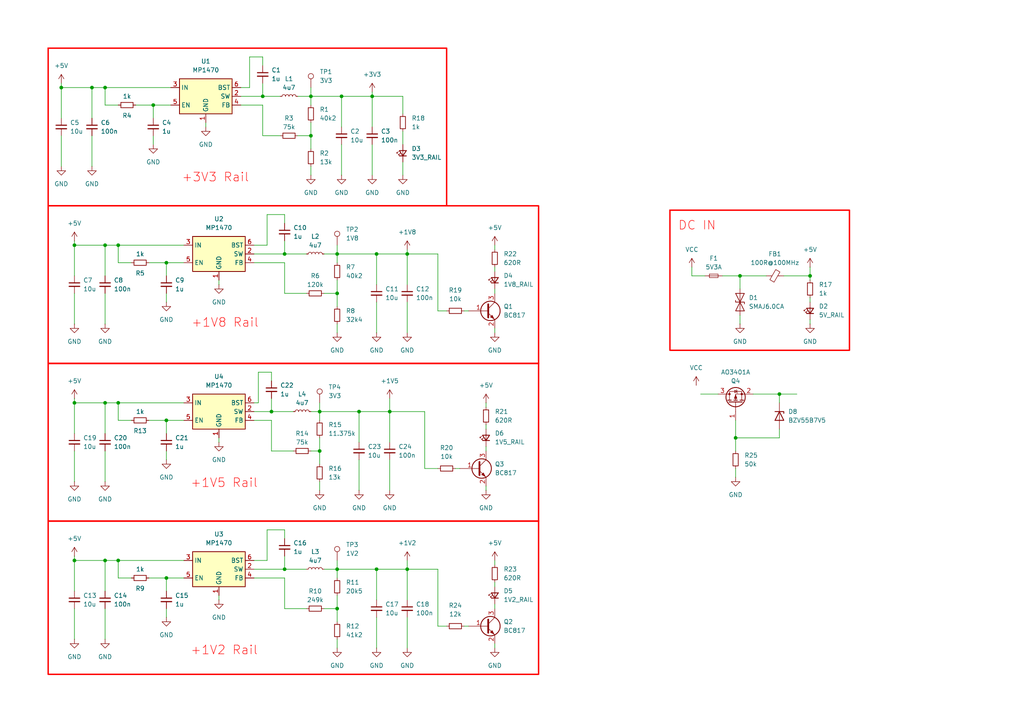
<source format=kicad_sch>
(kicad_sch (version 20231120) (generator "eeschema") (generator_version "8.0")
  (paper "A4")
  (lib_symbols
    (symbol "Connector:TestPoint" (pin_numbers hide) (pin_names (offset 0.762) hide)
      (property "Reference" "TP" (at 0 6.858 0))
      (property "Value" "TestPoint" (at 0 5.08 0))
      (symbol "TestPoint_1_1"
        (pin passive line (at 0 0 90) (length 2.54) (name "1") (number "1"))
      )
    )
    (symbol "Device:C_Small" (pin_numbers hide) (pin_names (offset 0.254) hide)
      (property "Reference" "C" (at 0.254 1.778 0))
      (property "Value" "C_Small" (at 0.254 -2.032 0))
      (symbol "C_Small_1_1"
        (pin passive line (at 0 2.54 270) (length 2.032) (name "~") (number "1"))
        (pin passive line (at 0 -2.54 90) (length 2.032) (name "~") (number "2"))
      )
    )
    (symbol "Device:FerriteBead_Small" (pin_numbers hide) (pin_names (offset 0))
      (property "Reference" "FB" (at 1.905 1.27 0))
      (property "Value" "FerriteBead_Small" (at 1.905 -1.27 0))
      (symbol "FerriteBead_Small_1_1"
        (pin passive line (at 0 2.54 270) (length 1.27) (name "~") (number "1"))
        (pin passive line (at 0 -2.54 90) (length 1.27) (name "~") (number "2"))
      )
    )
    (symbol "Device:Fuse_Small" (pin_numbers hide) (pin_names (offset 0.254) hide)
      (property "Reference" "F" (at 0 -1.524 0))
      (property "Value" "Fuse_Small" (at 0 1.524 0))
      (symbol "Fuse_Small_1_1"
        (pin passive line (at -2.54 0 0) (length 1.27) (name "~") (number "1"))
        (pin passive line (at 2.54 0 180) (length 1.27) (name "~") (number "2"))
      )
    )
    (symbol "Device:LED_Small" (pin_numbers hide) (pin_names (offset 0.254) hide)
      (property "Reference" "D" (at -1.27 3.175 0))
      (property "Value" "LED_Small" (at -4.445 -2.54 0))
      (symbol "LED_Small_1_1"
        (pin passive line (at -2.54 0 0) (length 1.778) (name "K") (number "1"))
        (pin passive line (at 2.54 0 180) (length 1.778) (name "A") (number "2"))
      )
    )
    (symbol "Device:L_Small" (pin_numbers hide) (pin_names (offset 0.254) hide)
      (property "Reference" "L" (at 0.762 1.016 0))
      (property "Value" "L_Small" (at 0.762 -1.016 0))
      (symbol "L_Small_1_1"
        (pin passive line (at 0 2.54 270) (length 0.508) (name "~") (number "1"))
        (pin passive line (at 0 -2.54 90) (length 0.508) (name "~") (number "2"))
      )
    )
    (symbol "Device:R_Small" (pin_numbers hide) (pin_names (offset 0.254) hide)
      (property "Reference" "R" (at 0.762 0.508 0))
      (property "Value" "R_Small" (at 0.762 -1.016 0))
      (symbol "R_Small_1_1"
        (pin passive line (at 0 2.54 270) (length 0.762) (name "~") (number "1"))
        (pin passive line (at 0 -2.54 90) (length 0.762) (name "~") (number "2"))
      )
    )
    (symbol "Diode:BZV55B7V5" (pin_numbers hide) (pin_names hide)
      (property "Reference" "D" (at 0 2.54 0))
      (property "Value" "BZV55B7V5" (at 0 -2.54 0))
      (symbol "BZV55B7V5_1_1"
        (pin passive line (at -3.81 0 0) (length 2.54) (name "K") (number "1"))
        (pin passive line (at 3.81 0 180) (length 2.54) (name "A") (number "2"))
      )
    )
    (symbol "Diode:SMAJ6.0CA" (pin_numbers hide) (pin_names (offset 1.016) hide)
      (property "Reference" "D" (at 0 2.54 0))
      (property "Value" "SMAJ6.0CA" (at 0 -2.54 0))
      (symbol "SMAJ6.0CA_1_1"
        (pin passive line (at -3.81 0 0) (length 2.54) (name "A1") (number "1"))
        (pin passive line (at 3.81 0 180) (length 2.54) (name "A2") (number "2"))
      )
    )
    (symbol "Regulator_Switching:MP1470"
      (property "Reference" "U" (at -6.35 6.35 0))
      (property "Value" "MP1470" (at 3.81 6.35 0))
      (symbol "MP1470_1_1"
        (pin power_in line (at 0 -7.62 90) (length 2.54) (name "GND") (number "1"))
        (pin power_out line (at 10.16 0 180) (length 2.54) (name "SW") (number "2"))
        (pin power_in line (at -10.16 2.54 0) (length 2.54) (name "IN") (number "3"))
        (pin input line (at 10.16 -2.54 180) (length 2.54) (name "FB") (number "4"))
        (pin input line (at -10.16 -2.54 0) (length 2.54) (name "EN") (number "5"))
        (pin passive line (at 10.16 2.54 180) (length 2.54) (name "BST") (number "6"))
      )
    )
    (symbol "Transistor_BJT:BC817" (pin_names (offset 0) hide)
      (property "Reference" "Q" (at 5.08 1.905 0))
      (property "Value" "BC817" (at 5.08 0 0))
      (symbol "BC817_1_1"
        (pin input line (at -5.08 0 0) (length 5.715) (name "B") (number "1"))
        (pin passive line (at 2.54 -5.08 90) (length 2.54) (name "E") (number "2"))
        (pin passive line (at 2.54 5.08 270) (length 2.54) (name "C") (number "3"))
      )
    )
    (symbol "Transistor_FET:AO3401A" (pin_names hide)
      (property "Reference" "Q" (at 5.08 1.905 0))
      (property "Value" "AO3401A" (at 5.08 0 0))
      (symbol "AO3401A_1_1"
        (pin input line (at -5.08 0 0) (length 2.54) (name "G") (number "1"))
        (pin passive line (at 2.54 -5.08 90) (length 2.54) (name "S") (number "2"))
        (pin passive line (at 2.54 5.08 270) (length 2.54) (name "D") (number "3"))
      )
    )
    (symbol "power:+1V2" (power) (pin_numbers hide) (pin_names (offset 0) hide)
      (property "Value" "+1V2" (at 0 3.556 0))
      (symbol "+1V2_1_1"
        (pin power_in line (at 0 0 90) (length 0) (name "~") (number "1"))
      )
    )
    (symbol "power:+1V5" (power) (pin_numbers hide) (pin_names (offset 0) hide)
      (property "Value" "+1V5" (at 0 3.556 0))
      (symbol "+1V5_1_1"
        (pin power_in line (at 0 0 90) (length 0) (name "~") (number "1"))
      )
    )
    (symbol "power:+1V8" (power) (pin_numbers hide) (pin_names (offset 0) hide)
      (property "Value" "+1V8" (at 0 3.556 0))
      (symbol "+1V8_1_1"
        (pin power_in line (at 0 0 90) (length 0) (name "~") (number "1"))
      )
    )
    (symbol "power:+3V3" (power) (pin_numbers hide) (pin_names (offset 0) hide)
      (property "Value" "+3V3" (at 0 3.556 0))
      (symbol "+3V3_1_1"
        (pin power_in line (at 0 0 90) (length 0) (name "~") (number "1"))
      )
    )
    (symbol "power:+5V" (power) (pin_numbers hide) (pin_names (offset 0) hide)
      (property "Value" "+5V" (at 0 3.556 0))
      (symbol "+5V_1_1"
        (pin power_in line (at 0 0 90) (length 0) (name "~") (number "1"))
      )
    )
    (symbol "power:GND" (power) (pin_numbers hide) (pin_names (offset 0) hide)
      (property "Value" "GND" (at 0 -3.81 0))
      (symbol "GND_1_1"
        (pin power_in line (at 0 0 270) (length 0) (name "~") (number "1"))
      )
    )
    (symbol "power:VCC" (power) (pin_numbers hide) (pin_names (offset 0) hide)
      (property "Value" "VCC" (at 0 3.556 0))
      (symbol "VCC_1_1"
        (pin power_in line (at 0 0 90) (length 0) (name "~") (number "1"))
      )
    )
  )
  (junction (at 90.17 27.94))
  (junction (at 118.11 165.1))
  (junction (at 104.14 119.38))
  (junction (at 34.29 71.12))
  (junction (at 34.29 116.84))
  (junction (at 34.29 162.56))
  (junction (at 92.71 119.38))
  (junction (at 30.48 71.12))
  (junction (at 107.95 27.94))
  (junction (at 26.67 25.4))
  (junction (at 113.03 119.38))
  (junction (at 92.71 130.81))
  (junction (at 234.95 80.01))
  (junction (at 97.79 176.53))
  (junction (at 21.59 71.12))
  (junction (at 97.79 73.66))
  (junction (at 97.79 165.1))
  (junction (at 118.11 73.66))
  (junction (at 82.55 73.66))
  (junction (at 21.59 116.84))
  (junction (at 76.2 27.94))
  (junction (at 30.48 25.4))
  (junction (at 30.48 116.84))
  (junction (at 90.17 39.37))
  (junction (at 213.36 127))
  (junction (at 17.78 25.4))
  (junction (at 30.48 162.56))
  (junction (at 21.59 162.56))
  (junction (at 226.06 114.3))
  (junction (at 214.63 80.01))
  (junction (at 44.45 30.48))
  (junction (at 48.26 121.92))
  (junction (at 78.74 119.38))
  (junction (at 48.26 76.2))
  (junction (at 97.79 85.09))
  (junction (at 109.22 73.66))
  (junction (at 48.26 167.64))
  (junction (at 109.22 165.1))
  (junction (at 99.06 27.94))
  (junction (at 82.55 165.1))
  (wire (pts (xy 129.54 181.61) (xy 127 181.61)))
  (wire (pts (xy 213.36 127) (xy 213.36 121.92)))
  (wire (pts (xy 226.06 114.3) (xy 226.06 116.84)))
  (wire (pts (xy 99.06 27.94) (xy 107.95 27.94)))
  (wire (pts (xy 43.18 167.64) (xy 48.26 167.64)))
  (wire (pts (xy 30.48 85.09) (xy 30.48 93.98)))
  (wire (pts (xy 140.97 140.97) (xy 140.97 142.24)))
  (wire (pts (xy 34.29 116.84) (xy 53.34 116.84)))
  (wire (pts (xy 143.51 186.69) (xy 143.51 187.96)))
  (wire (pts (xy 76.2 16.51) (xy 76.2 19.05)))
  (wire (pts (xy 48.26 171.45) (xy 48.26 167.64)))
  (wire (pts (xy 34.29 76.2) (xy 34.29 71.12)))
  (wire (pts (xy 116.84 27.94) (xy 116.84 33.02)))
  (wire (pts (xy 48.26 76.2) (xy 53.34 76.2)))
  (wire (pts (xy 92.71 130.81) (xy 92.71 134.62)))
  (wire (pts (xy 90.17 119.38) (xy 92.71 119.38)))
  (wire (pts (xy 30.48 162.56) (xy 34.29 162.56)))
  (wire (pts (xy 97.79 167.64) (xy 97.79 165.1)))
  (wire (pts (xy 73.66 119.38) (xy 78.74 119.38)))
  (wire (pts (xy 82.55 153.67) (xy 82.55 156.21)))
  (wire (pts (xy 113.03 128.27) (xy 113.03 119.38)))
  (wire (pts (xy 48.26 167.64) (xy 53.34 167.64)))
  (wire (pts (xy 88.9 85.09) (xy 82.55 85.09)))
  (wire (pts (xy 140.97 123.19) (xy 140.97 124.46)))
  (wire (pts (xy 104.14 133.35) (xy 104.14 142.24)))
  (wire (pts (xy 77.47 62.23) (xy 82.55 62.23)))
  (wire (pts (xy 82.55 165.1) (xy 88.9 165.1)))
  (wire (pts (xy 97.79 73.66) (xy 109.22 73.66)))
  (wire (pts (xy 203.2 114.3) (xy 208.28 114.3)))
  (wire (pts (xy 86.36 39.37) (xy 90.17 39.37)))
  (wire (pts (xy 78.74 130.81) (xy 78.74 121.92)))
  (wire (pts (xy 140.97 129.54) (xy 140.97 130.81)))
  (wire (pts (xy 129.54 90.17) (xy 127 90.17)))
  (wire (pts (xy 78.74 107.95) (xy 78.74 110.49)))
  (wire (pts (xy 90.17 39.37) (xy 90.17 43.18)))
  (wire (pts (xy 93.98 165.1) (xy 97.79 165.1)))
  (wire (pts (xy 38.1 121.92) (xy 34.29 121.92)))
  (wire (pts (xy 21.59 115.57) (xy 21.59 116.84)))
  (wire (pts (xy 107.95 41.91) (xy 107.95 50.8)))
  (wire (pts (xy 73.66 71.12) (xy 77.47 71.12)))
  (wire (pts (xy 77.47 153.67) (xy 82.55 153.67)))
  (wire (pts (xy 73.66 162.56) (xy 77.47 162.56)))
  (wire (pts (xy 118.11 179.07) (xy 118.11 187.96)))
  (wire (pts (xy 226.06 127) (xy 213.36 127)))
  (wire (pts (xy 214.63 80.01) (xy 222.25 80.01)))
  (wire (pts (xy 76.2 24.13) (xy 76.2 27.94)))
  (wire (pts (xy 218.44 114.3) (xy 226.06 114.3)))
  (wire (pts (xy 132.08 135.89) (xy 133.35 135.89)))
  (wire (pts (xy 143.51 168.91) (xy 143.51 170.18)))
  (wire (pts (xy 118.11 82.55) (xy 118.11 73.66)))
  (wire (pts (xy 48.26 85.09) (xy 48.26 87.63)))
  (wire (pts (xy 82.55 76.2) (xy 73.66 76.2)))
  (wire (pts (xy 30.48 171.45) (xy 30.48 162.56)))
  (wire (pts (xy 214.63 91.44) (xy 214.63 93.98)))
  (wire (pts (xy 38.1 167.64) (xy 34.29 167.64)))
  (wire (pts (xy 127 165.1) (xy 118.11 165.1)))
  (wire (pts (xy 21.59 125.73) (xy 21.59 116.84)))
  (wire (pts (xy 92.71 121.92) (xy 92.71 119.38)))
  (wire (pts (xy 127 90.17) (xy 127 73.66)))
  (wire (pts (xy 113.03 115.57) (xy 113.03 119.38)))
  (wire (pts (xy 116.84 50.8) (xy 116.84 46.99)))
  (wire (pts (xy 72.39 25.4) (xy 72.39 16.51)))
  (wire (pts (xy 107.95 27.94) (xy 116.84 27.94)))
  (wire (pts (xy 74.93 107.95) (xy 78.74 107.95)))
  (wire (pts (xy 92.71 119.38) (xy 104.14 119.38)))
  (wire (pts (xy 63.5 81.28) (xy 63.5 82.55)))
  (wire (pts (xy 134.62 90.17) (xy 135.89 90.17)))
  (wire (pts (xy 43.18 76.2) (xy 48.26 76.2)))
  (wire (pts (xy 76.2 27.94) (xy 81.28 27.94)))
  (wire (pts (xy 90.17 27.94) (xy 99.06 27.94)))
  (wire (pts (xy 78.74 121.92) (xy 73.66 121.92)))
  (wire (pts (xy 109.22 165.1) (xy 118.11 165.1)))
  (wire (pts (xy 76.2 39.37) (xy 76.2 30.48)))
  (wire (pts (xy 21.59 80.01) (xy 21.59 71.12)))
  (wire (pts (xy 97.79 165.1) (xy 109.22 165.1)))
  (wire (pts (xy 21.59 69.85) (xy 21.59 71.12)))
  (wire (pts (xy 30.48 71.12) (xy 34.29 71.12)))
  (wire (pts (xy 93.98 73.66) (xy 97.79 73.66)))
  (wire (pts (xy 109.22 73.66) (xy 118.11 73.66)))
  (wire (pts (xy 200.66 80.01) (xy 204.47 80.01)))
  (wire (pts (xy 123.19 135.89) (xy 123.19 119.38)))
  (wire (pts (xy 30.48 176.53) (xy 30.48 185.42)))
  (wire (pts (xy 140.97 116.84) (xy 140.97 118.11)))
  (wire (pts (xy 21.59 161.29) (xy 21.59 162.56)))
  (wire (pts (xy 34.29 121.92) (xy 34.29 116.84)))
  (wire (pts (xy 107.95 36.83) (xy 107.95 27.94)))
  (wire (pts (xy 73.66 165.1) (xy 82.55 165.1)))
  (wire (pts (xy 234.95 80.01) (xy 234.95 77.47)))
  (wire (pts (xy 48.26 130.81) (xy 48.26 133.35)))
  (wire (pts (xy 82.55 85.09) (xy 82.55 76.2)))
  (wire (pts (xy 234.95 86.36) (xy 234.95 87.63)))
  (wire (pts (xy 76.2 30.48) (xy 69.85 30.48)))
  (wire (pts (xy 214.63 80.01) (xy 214.63 83.82)))
  (wire (pts (xy 92.71 127) (xy 92.71 130.81)))
  (wire (pts (xy 97.79 172.72) (xy 97.79 176.53)))
  (wire (pts (xy 30.48 130.81) (xy 30.48 139.7)))
  (wire (pts (xy 104.14 119.38) (xy 113.03 119.38)))
  (wire (pts (xy 234.95 80.01) (xy 234.95 81.28)))
  (wire (pts (xy 48.26 176.53) (xy 48.26 179.07)))
  (wire (pts (xy 99.06 36.83) (xy 99.06 27.94)))
  (wire (pts (xy 44.45 34.29) (xy 44.45 30.48)))
  (wire (pts (xy 82.55 62.23) (xy 82.55 64.77)))
  (wire (pts (xy 123.19 119.38) (xy 113.03 119.38)))
  (wire (pts (xy 90.17 35.56) (xy 90.17 39.37)))
  (wire (pts (xy 97.79 176.53) (xy 97.79 180.34)))
  (wire (pts (xy 21.59 85.09) (xy 21.59 93.98)))
  (wire (pts (xy 44.45 39.37) (xy 44.45 41.91)))
  (wire (pts (xy 21.59 130.81) (xy 21.59 139.7)))
  (wire (pts (xy 82.55 73.66) (xy 88.9 73.66)))
  (wire (pts (xy 26.67 39.37) (xy 26.67 48.26)))
  (wire (pts (xy 86.36 27.94) (xy 90.17 27.94)))
  (wire (pts (xy 48.26 80.01) (xy 48.26 76.2)))
  (wire (pts (xy 63.5 172.72) (xy 63.5 173.99)))
  (wire (pts (xy 118.11 87.63) (xy 118.11 96.52)))
  (wire (pts (xy 21.59 116.84) (xy 30.48 116.84)))
  (wire (pts (xy 74.93 116.84) (xy 74.93 107.95)))
  (wire (pts (xy 59.69 35.56) (xy 59.69 36.83)))
  (wire (pts (xy 97.79 71.12) (xy 97.79 73.66)))
  (wire (pts (xy 109.22 87.63) (xy 109.22 96.52)))
  (wire (pts (xy 118.11 173.99) (xy 118.11 165.1)))
  (wire (pts (xy 48.26 125.73) (xy 48.26 121.92)))
  (wire (pts (xy 97.79 76.2) (xy 97.79 73.66)))
  (wire (pts (xy 97.79 85.09) (xy 97.79 88.9)))
  (wire (pts (xy 17.78 24.13) (xy 17.78 25.4)))
  (wire (pts (xy 26.67 25.4) (xy 30.48 25.4)))
  (wire (pts (xy 30.48 116.84) (xy 34.29 116.84)))
  (wire (pts (xy 143.51 77.47) (xy 143.51 78.74)))
  (wire (pts (xy 34.29 162.56) (xy 53.34 162.56)))
  (wire (pts (xy 21.59 71.12) (xy 30.48 71.12)))
  (wire (pts (xy 88.9 176.53) (xy 82.55 176.53)))
  (wire (pts (xy 97.79 185.42) (xy 97.79 187.96)))
  (wire (pts (xy 143.51 95.25) (xy 143.51 96.52)))
  (wire (pts (xy 39.37 30.48) (xy 44.45 30.48)))
  (wire (pts (xy 85.09 130.81) (xy 78.74 130.81)))
  (wire (pts (xy 90.17 48.26) (xy 90.17 50.8)))
  (wire (pts (xy 78.74 119.38) (xy 85.09 119.38)))
  (wire (pts (xy 72.39 16.51) (xy 76.2 16.51)))
  (wire (pts (xy 109.22 82.55) (xy 109.22 73.66)))
  (wire (pts (xy 73.66 116.84) (xy 74.93 116.84)))
  (wire (pts (xy 73.66 73.66) (xy 82.55 73.66)))
  (wire (pts (xy 93.98 85.09) (xy 97.79 85.09)))
  (wire (pts (xy 234.95 93.98) (xy 234.95 92.71)))
  (wire (pts (xy 127 135.89) (xy 123.19 135.89)))
  (wire (pts (xy 30.48 125.73) (xy 30.48 116.84)))
  (wire (pts (xy 90.17 130.81) (xy 92.71 130.81)))
  (wire (pts (xy 81.28 39.37) (xy 76.2 39.37)))
  (wire (pts (xy 48.26 121.92) (xy 53.34 121.92)))
  (wire (pts (xy 226.06 114.3) (xy 231.14 114.3)))
  (wire (pts (xy 143.51 83.82) (xy 143.51 85.09)))
  (wire (pts (xy 143.51 162.56) (xy 143.51 163.83)))
  (wire (pts (xy 99.06 41.91) (xy 99.06 50.8)))
  (wire (pts (xy 77.47 71.12) (xy 77.47 62.23)))
  (wire (pts (xy 213.36 127) (xy 213.36 130.81)))
  (wire (pts (xy 143.51 71.12) (xy 143.51 72.39)))
  (wire (pts (xy 226.06 124.46) (xy 226.06 127)))
  (wire (pts (xy 34.29 71.12) (xy 53.34 71.12)))
  (wire (pts (xy 90.17 30.48) (xy 90.17 27.94)))
  (wire (pts (xy 97.79 81.28) (xy 97.79 85.09)))
  (wire (pts (xy 63.5 127) (xy 63.5 128.27)))
  (wire (pts (xy 113.03 133.35) (xy 113.03 142.24)))
  (wire (pts (xy 104.14 128.27) (xy 104.14 119.38)))
  (wire (pts (xy 34.29 30.48) (xy 30.48 30.48)))
  (wire (pts (xy 118.11 162.56) (xy 118.11 165.1)))
  (wire (pts (xy 92.71 139.7) (xy 92.71 142.24)))
  (wire (pts (xy 90.17 25.4) (xy 90.17 27.94)))
  (wire (pts (xy 17.78 39.37) (xy 17.78 48.26)))
  (wire (pts (xy 92.71 116.84) (xy 92.71 119.38)))
  (wire (pts (xy 38.1 76.2) (xy 34.29 76.2)))
  (wire (pts (xy 109.22 179.07) (xy 109.22 187.96)))
  (wire (pts (xy 17.78 34.29) (xy 17.78 25.4)))
  (wire (pts (xy 21.59 171.45) (xy 21.59 162.56)))
  (wire (pts (xy 82.55 176.53) (xy 82.55 167.64)))
  (wire (pts (xy 30.48 25.4) (xy 49.53 25.4)))
  (wire (pts (xy 30.48 30.48) (xy 30.48 25.4)))
  (wire (pts (xy 21.59 176.53) (xy 21.59 185.42)))
  (wire (pts (xy 69.85 27.94) (xy 76.2 27.94)))
  (wire (pts (xy 21.59 162.56) (xy 30.48 162.56)))
  (wire (pts (xy 17.78 25.4) (xy 26.67 25.4)))
  (wire (pts (xy 43.18 121.92) (xy 48.26 121.92)))
  (wire (pts (xy 118.11 72.39) (xy 118.11 73.66)))
  (wire (pts (xy 82.55 69.85) (xy 82.55 73.66)))
  (wire (pts (xy 82.55 167.64) (xy 73.66 167.64)))
  (wire (pts (xy 116.84 38.1) (xy 116.84 41.91)))
  (wire (pts (xy 30.48 80.01) (xy 30.48 71.12)))
  (wire (pts (xy 34.29 167.64) (xy 34.29 162.56)))
  (wire (pts (xy 77.47 162.56) (xy 77.47 153.67)))
  (wire (pts (xy 200.66 77.47) (xy 200.66 80.01)))
  (wire (pts (xy 107.95 26.67) (xy 107.95 27.94)))
  (wire (pts (xy 69.85 25.4) (xy 72.39 25.4)))
  (wire (pts (xy 82.55 161.29) (xy 82.55 165.1)))
  (wire (pts (xy 134.62 181.61) (xy 135.89 181.61)))
  (wire (pts (xy 93.98 176.53) (xy 97.79 176.53)))
  (wire (pts (xy 109.22 173.99) (xy 109.22 165.1)))
  (wire (pts (xy 78.74 115.57) (xy 78.74 119.38)))
  (wire (pts (xy 97.79 93.98) (xy 97.79 96.52)))
  (wire (pts (xy 118.11 73.66) (xy 127 73.66)))
  (wire (pts (xy 127 181.61) (xy 127 165.1)))
  (wire (pts (xy 44.45 30.48) (xy 49.53 30.48)))
  (wire (pts (xy 213.36 135.89) (xy 213.36 138.43)))
  (wire (pts (xy 209.55 80.01) (xy 214.63 80.01)))
  (wire (pts (xy 97.79 162.56) (xy 97.79 165.1)))
  (wire (pts (xy 26.67 34.29) (xy 26.67 25.4)))
  (wire (pts (xy 234.95 80.01) (xy 227.33 80.01)))
  (wire (pts (xy 143.51 175.26) (xy 143.51 176.53)))
  (rectangle (start 13.97 13.97) (end 129.54 59.69) (stroke (width 0.4064) (color 255 0 0 1)))
  (rectangle (start 194.31 60.96) (end 246.38 101.6) (stroke (width 0.4064) (color 255 0 0 1)))
  (rectangle (start 13.97 59.69) (end 156.21 105.41) (stroke (width 0.4064) (color 255 0 0 1)))
  (rectangle (start 13.97 151.13) (end 156.21 195.58) (stroke (width 0.4064) (color 255 0 0 1)))
  (rectangle (start 13.97 105.41) (end 156.21 151.13) (stroke (width 0.4064) (color 255 0 0 1)))
  (text "DC IN" (at 202.184 65.532 0) (effects (font (size 2.54 2.54))))
  (text "+1V5 Rail" (at 65.024 140.208 0) (effects (font (size 2.54 2.54))))
  (text "+1V8 Rail" (at 65.278 93.726 0) (effects (font (size 2.54 2.54))))
  (text "+1V2 Rail" (at 65.024 188.722 0) (effects (font (size 2.54 2.54))))
  (text "+3V3 Rail" (at 62.484 51.562 0) (effects (font (size 2.54 2.54))))
  (symbol (lib_id "Device:LED_Small") (at 140.97 127 90) (unit 1)
    (property "Reference" "D6" (at 143.51 125.6664 90) (effects (justify right)))
    (property "Value" "1V5_RAIL" (at 143.51 128.2064 90) (effects (justify right)))
    (property "Description" "Light emitting diode, small symbol" (effects (hide yes)))
  )
  (symbol (lib_id "Regulator_Switching:MP1470") (at 63.5 119.38 0) (unit 1)
    (property "Reference" "U4" (at 63.5 109.22 0))
    (property "Value" "MP1470" (at 63.5 111.76 0))
    (property "Footprint" "Package_TO_SOT_SMD:TSOT-23-6" (effects (hide yes)))
    (property "Datasheet" "https://www.monolithicpower.com/pub/media/document/MP1470_r1.02.pdf" (effects (hide yes)))
    (property "Description" "High-Efficiency, 2A, 16V, 500kHz Synchronous, Step-Down Converter, TSOT-23-6" (effects (hide yes)))
  )
  (symbol (lib_id "Device:C_Small") (at 48.26 128.27 0) (unit 1)
    (property "Reference" "C21" (at 50.8 127.0062 0) (effects (justify left)))
    (property "Value" "1u" (at 50.8 129.5462 0) (effects (justify left)))
    (property "Description" "Unpolarized capacitor, small symbol" (effects (hide yes)))
  )
  (symbol (lib_id "Device:L_Small") (at 87.63 119.38 90) (unit 1)
    (property "Reference" "L4" (at 87.63 114.3 90))
    (property "Value" "4u7" (at 87.63 116.84 90))
    (property "Description" "Inductor, small symbol" (effects (hide yes)))
  )
  (symbol (lib_id "Transistor_BJT:BC817") (at 140.97 90.17 0) (unit 1)
    (property "Reference" "Q1" (at 146.05 88.8999 0) (effects (justify left)))
    (property "Value" "BC817" (at 146.05 91.4399 0) (effects (justify left)))
    (property "Footprint" "Package_TO_SOT_SMD:SOT-23" (effects (hide yes)))
    (property "Datasheet" "https://www.onsemi.com/pub/Collateral/BC818-D.pdf" (effects (hide yes)))
    (property "Description" "0.8A Ic, 45V Vce, NPN Transistor, SOT-23" (effects (hide yes)))
  )
  (symbol (lib_id "Device:Fuse_Small") (at 207.01 80.01 0) (unit 1)
    (property "Reference" "F1" (at 207.01 74.93 0))
    (property "Value" "5V3A" (at 207.01 77.47 0))
    (property "Description" "Fuse, small symbol" (effects (hide yes)))
  )
  (symbol (lib_id "Device:R_Small") (at 143.51 74.93 0) (unit 1)
    (property "Reference" "R22" (at 146.05 73.6599 0) (effects (justify left)))
    (property "Value" "620R" (at 146.05 76.1999 0) (effects (justify left)))
    (property "Description" "Resistor, small symbol" (effects (hide yes)))
  )
  (symbol (lib_id "Device:LED_Small") (at 234.95 90.17 90) (unit 1)
    (property "Reference" "D2" (at 237.49 88.8364 90) (effects (justify right)))
    (property "Value" "5V_RAIL" (at 237.49 91.3764 90) (effects (justify right)))
    (property "Description" "Light emitting diode, small symbol" (effects (hide yes)))
  )
  (symbol (lib_id "Device:C_Small") (at 104.14 130.81 0) (unit 1)
    (property "Reference" "C23" (at 106.68 129.5462 0) (effects (justify left)))
    (property "Value" "10u" (at 106.68 132.0862 0) (effects (justify left)))
    (property "Description" "Unpolarized capacitor, small symbol" (effects (hide yes)))
  )
  (symbol (lib_id "power:GND") (at 92.71 142.24 0) (unit 1)
    (property "Reference" "#PWR033" (effects (hide yes)))
    (property "Value" "GND" (at 92.71 147.32 0))
    (property "Description" "Power symbol creates a global label with name \"GND\" , ground" (effects (hide yes)))
  )
  (symbol (lib_id "Device:R_Small") (at 97.79 91.44 0) (unit 1)
    (property "Reference" "R8" (at 100.33 90.1699 0) (effects (justify left)))
    (property "Value" "32k4" (at 100.33 92.7099 0) (effects (justify left)))
    (property "Description" "Resistor, small symbol" (effects (hide yes)))
  )
  (symbol (lib_id "Device:L_Small") (at 83.82 27.94 90) (unit 1)
    (property "Reference" "L1" (at 83.82 22.86 90))
    (property "Value" "4u7" (at 83.82 25.4 90))
    (property "Description" "Inductor, small symbol" (effects (hide yes)))
  )
  (symbol (lib_id "Device:C_Small") (at 26.67 36.83 0) (unit 1)
    (property "Reference" "C6" (at 29.21 35.5662 0) (effects (justify left)))
    (property "Value" "100n" (at 29.21 38.1062 0) (effects (justify left)))
    (property "Description" "Unpolarized capacitor, small symbol" (effects (hide yes)))
  )
  (symbol (lib_id "power:+1V8") (at 118.11 72.39 0) (unit 1)
    (property "Reference" "#PWR017" (effects (hide yes)))
    (property "Value" "+1V8" (at 118.11 67.31 0))
    (property "Description" "Power symbol creates a global label with name \"+1V8\"" (effects (hide yes)))
  )
  (symbol (lib_id "power:GND") (at 21.59 185.42 0) (unit 1)
    (property "Reference" "#PWR020" (effects (hide yes)))
    (property "Value" "GND" (at 21.59 190.5 0))
    (property "Description" "Power symbol creates a global label with name \"GND\" , ground" (effects (hide yes)))
  )
  (symbol (lib_id "power:GND") (at 17.78 48.26 0) (unit 1)
    (property "Reference" "#PWR07" (effects (hide yes)))
    (property "Value" "GND" (at 17.78 53.34 0))
    (property "Description" "Power symbol creates a global label with name \"GND\" , ground" (effects (hide yes)))
  )
  (symbol (lib_id "power:GND") (at 30.48 93.98 0) (unit 1)
    (property "Reference" "#PWR012" (effects (hide yes)))
    (property "Value" "GND" (at 30.48 99.06 0))
    (property "Description" "Power symbol creates a global label with name \"GND\" , ground" (effects (hide yes)))
  )
  (symbol (lib_id "power:GND") (at 234.95 93.98 0) (unit 1)
    (property "Reference" "#PWR040" (effects (hide yes)))
    (property "Value" "GND" (at 234.95 99.06 0))
    (property "Description" "Power symbol creates a global label with name \"GND\" , ground" (effects (hide yes)))
  )
  (symbol (lib_id "Device:C_Small") (at 113.03 130.81 0) (unit 1)
    (property "Reference" "C24" (at 115.57 129.5462 0) (effects (justify left)))
    (property "Value" "100n" (at 115.57 132.0862 0) (effects (justify left)))
    (property "Description" "Unpolarized capacitor, small symbol" (effects (hide yes)))
  )
  (symbol (lib_id "power:GND") (at 97.79 96.52 0) (unit 1)
    (property "Reference" "#PWR015" (effects (hide yes)))
    (property "Value" "GND" (at 97.79 101.6 0))
    (property "Description" "Power symbol creates a global label with name \"GND\" , ground" (effects (hide yes)))
  )
  (symbol (lib_id "power:GND") (at 143.51 96.52 0) (unit 1)
    (property "Reference" "#PWR042" (effects (hide yes)))
    (property "Value" "GND" (at 143.51 101.6 0))
    (property "Description" "Power symbol creates a global label with name \"GND\" , ground" (effects (hide yes)))
  )
  (symbol (lib_id "Device:R_Small") (at 143.51 166.37 0) (unit 1)
    (property "Reference" "R23" (at 146.05 165.0999 0) (effects (justify left)))
    (property "Value" "620R" (at 146.05 167.6399 0) (effects (justify left)))
    (property "Description" "Resistor, small symbol" (effects (hide yes)))
  )
  (symbol (lib_id "Device:C_Small") (at 118.11 85.09 0) (unit 1)
    (property "Reference" "C12" (at 120.65 83.8262 0) (effects (justify left)))
    (property "Value" "100n" (at 120.65 86.3662 0) (effects (justify left)))
    (property "Description" "Unpolarized capacitor, small symbol" (effects (hide yes)))
  )
  (symbol (lib_id "power:GND") (at 26.67 48.26 0) (unit 1)
    (property "Reference" "#PWR08" (effects (hide yes)))
    (property "Value" "GND" (at 26.67 53.34 0))
    (property "Description" "Power symbol creates a global label with name \"GND\" , ground" (effects (hide yes)))
  )
  (symbol (lib_id "power:GND") (at 97.79 187.96 0) (unit 1)
    (property "Reference" "#PWR024" (effects (hide yes)))
    (property "Value" "GND" (at 97.79 193.04 0))
    (property "Description" "Power symbol creates a global label with name \"GND\" , ground" (effects (hide yes)))
  )
  (symbol (lib_id "power:+5V") (at 21.59 161.29 0) (unit 1)
    (property "Reference" "#PWR019" (effects (hide yes)))
    (property "Value" "+5V" (at 21.59 156.21 0))
    (property "Description" "Power symbol creates a global label with name \"+5V\"" (effects (hide yes)))
  )
  (symbol (lib_id "power:+1V5") (at 113.03 115.57 0) (unit 1)
    (property "Reference" "#PWR035" (effects (hide yes)))
    (property "Value" "+1V5" (at 113.03 110.49 0))
    (property "Description" "Power symbol creates a global label with name \"+1V5\"" (effects (hide yes)))
  )
  (symbol (lib_id "power:GND") (at 21.59 139.7 0) (unit 1)
    (property "Reference" "#PWR029" (effects (hide yes)))
    (property "Value" "GND" (at 21.59 144.78 0))
    (property "Description" "Power symbol creates a global label with name \"GND\" , ground" (effects (hide yes)))
  )
  (symbol (lib_id "power:GND") (at 99.06 50.8 0) (unit 1)
    (property "Reference" "#PWR03" (effects (hide yes)))
    (property "Value" "GND" (at 99.06 55.88 0))
    (property "Description" "Power symbol creates a global label with name \"GND\" , ground" (effects (hide yes)))
  )
  (symbol (lib_id "power:GND") (at 140.97 142.24 0) (unit 1)
    (property "Reference" "#PWR047" (effects (hide yes)))
    (property "Value" "GND" (at 140.97 147.32 0))
    (property "Description" "Power symbol creates a global label with name \"GND\" , ground" (effects (hide yes)))
  )
  (symbol (lib_id "power:+5V") (at 143.51 71.12 0) (unit 1)
    (property "Reference" "#PWR043" (effects (hide yes)))
    (property "Value" "+5V" (at 143.51 66.04 0))
    (property "Description" "Power symbol creates a global label with name \"+5V\"" (effects (hide yes)))
  )
  (symbol (lib_id "power:+5V") (at 140.97 116.84 0) (unit 1)
    (property "Reference" "#PWR046" (effects (hide yes)))
    (property "Value" "+5V" (at 140.97 111.76 0))
    (property "Description" "Power symbol creates a global label with name \"+5V\"" (effects (hide yes)))
  )
  (symbol (lib_id "Connector:TestPoint") (at 92.71 116.84 0) (unit 1)
    (property "Reference" "TP4" (at 95.25 112.2679 0) (effects (justify left)))
    (property "Value" "3V3" (at 95.25 114.8079 0) (effects (justify left)))
    (property "Description" "test point" (effects (hide yes)))
  )
  (symbol (lib_id "Device:R_Small") (at 91.44 85.09 90) (unit 1)
    (property "Reference" "R6" (at 91.44 80.01 90))
    (property "Value" "120k" (at 91.44 82.55 90))
    (property "Description" "Resistor, small symbol" (effects (hide yes)))
  )
  (symbol (lib_id "Device:R_Small") (at 87.63 130.81 90) (unit 1)
    (property "Reference" "R14" (at 87.63 125.73 90))
    (property "Value" "75k" (at 87.63 128.27 90))
    (property "Description" "Resistor, small symbol" (effects (hide yes)))
  )
  (symbol (lib_id "Transistor_BJT:BC817") (at 138.43 135.89 0) (unit 1)
    (property "Reference" "Q3" (at 143.51 134.6199 0) (effects (justify left)))
    (property "Value" "BC817" (at 143.51 137.1599 0) (effects (justify left)))
    (property "Footprint" "Package_TO_SOT_SMD:SOT-23" (effects (hide yes)))
    (property "Datasheet" "https://www.onsemi.com/pub/Collateral/BC818-D.pdf" (effects (hide yes)))
    (property "Description" "0.8A Ic, 45V Vce, NPN Transistor, SOT-23" (effects (hide yes)))
  )
  (symbol (lib_id "Device:R_Small") (at 40.64 121.92 90) (unit 1)
    (property "Reference" "R13" (at 40.64 124.968 90))
    (property "Value" "1k" (at 40.64 119.38 90))
    (property "Description" "Resistor, small symbol" (effects (hide yes)))
  )
  (symbol (lib_id "power:GND") (at 109.22 96.52 0) (unit 1)
    (property "Reference" "#PWR016" (effects (hide yes)))
    (property "Value" "GND" (at 109.22 101.6 0))
    (property "Description" "Power symbol creates a global label with name \"GND\" , ground" (effects (hide yes)))
  )
  (symbol (lib_id "Regulator_Switching:MP1470") (at 59.69 27.94 0) (unit 1)
    (property "Reference" "U1" (at 59.69 17.78 0))
    (property "Value" "MP1470" (at 59.69 20.32 0))
    (property "Footprint" "Package_TO_SOT_SMD:TSOT-23-6" (effects (hide yes)))
    (property "Datasheet" "https://www.monolithicpower.com/pub/media/document/MP1470_r1.02.pdf" (effects (hide yes)))
    (property "Description" "High-Efficiency, 2A, 16V, 500kHz Synchronous, Step-Down Converter, TSOT-23-6" (effects (hide yes)))
  )
  (symbol (lib_id "Device:C_Small") (at 21.59 173.99 0) (unit 1)
    (property "Reference" "C13" (at 24.13 172.7262 0) (effects (justify left)))
    (property "Value" "10u" (at 24.13 175.2662 0) (effects (justify left)))
    (property "Description" "Unpolarized capacitor, small symbol" (effects (hide yes)))
  )
  (symbol (lib_id "Connector:TestPoint") (at 90.17 25.4 0) (unit 1)
    (property "Reference" "TP1" (at 92.71 20.8279 0) (effects (justify left)))
    (property "Value" "3V3" (at 92.71 23.3679 0) (effects (justify left)))
    (property "Description" "test point" (effects (hide yes)))
  )
  (symbol (lib_id "Device:C_Small") (at 109.22 85.09 0) (unit 1)
    (property "Reference" "C11" (at 111.76 83.8262 0) (effects (justify left)))
    (property "Value" "10u" (at 111.76 86.3662 0) (effects (justify left)))
    (property "Description" "Unpolarized capacitor, small symbol" (effects (hide yes)))
  )
  (symbol (lib_id "Device:C_Small") (at 48.26 82.55 0) (unit 1)
    (property "Reference" "C9" (at 50.8 81.2862 0) (effects (justify left)))
    (property "Value" "1u" (at 50.8 83.8262 0) (effects (justify left)))
    (property "Description" "Unpolarized capacitor, small symbol" (effects (hide yes)))
  )
  (symbol (lib_id "power:+1V2") (at 118.11 162.56 0) (unit 1)
    (property "Reference" "#PWR026" (effects (hide yes)))
    (property "Value" "+1V2" (at 118.11 157.48 0))
    (property "Description" "Power symbol creates a global label with name \"+1V2\"" (effects (hide yes)))
  )
  (symbol (lib_id "power:+3V3") (at 107.95 26.67 0) (unit 1)
    (property "Reference" "#PWR09" (effects (hide yes)))
    (property "Value" "+3V3" (at 107.95 21.59 0))
    (property "Description" "Power symbol creates a global label with name \"+3V3\"" (effects (hide yes)))
  )
  (symbol (lib_id "Device:R_Small") (at 132.08 181.61 90) (unit 1)
    (property "Reference" "R24" (at 132.08 175.6068 90))
    (property "Value" "12k" (at 132.08 178.1468 90))
    (property "Description" "Resistor, small symbol" (effects (hide yes)))
  )
  (symbol (lib_id "power:GND") (at 44.45 41.91 0) (unit 1)
    (property "Reference" "#PWR05" (effects (hide yes)))
    (property "Value" "GND" (at 44.45 46.99 0))
    (property "Description" "Power symbol creates a global label with name \"GND\" , ground" (effects (hide yes)))
  )
  (symbol (lib_id "Device:L_Small") (at 91.44 165.1 90) (unit 1)
    (property "Reference" "L3" (at 91.44 160.02 90))
    (property "Value" "4u7" (at 91.44 162.56 90))
    (property "Description" "Inductor, small symbol" (effects (hide yes)))
  )
  (symbol (lib_id "Device:C_Small") (at 30.48 173.99 0) (unit 1)
    (property "Reference" "C14" (at 33.02 172.7262 0) (effects (justify left)))
    (property "Value" "100n" (at 33.02 175.2662 0) (effects (justify left)))
    (property "Description" "Unpolarized capacitor, small symbol" (effects (hide yes)))
  )
  (symbol (lib_id "Diode:BZV55B7V5") (at 226.06 120.65 270) (unit 1)
    (property "Reference" "D8" (at 228.6 119.3799 90) (effects (justify left)))
    (property "Value" "BZV55B7V5" (at 228.6 121.9199 90) (effects (justify left)))
    (property "Footprint" "Diode_SMD:D_MiniMELF" (effects (hide yes)))
    (property "Datasheet" "https://assets.nexperia.com/documents/data-sheet/BZV55_SER.pdf" (effects (hide yes)))
    (property "Description" "7.5V, 500mW, 2%, Zener diode, MiniMELF" (effects (hide yes)))
  )
  (symbol (lib_id "Device:R_Small") (at 40.64 167.64 90) (unit 1)
    (property "Reference" "R9" (at 40.64 170.688 90))
    (property "Value" "1k" (at 40.64 165.1 90))
    (property "Description" "Resistor, small symbol" (effects (hide yes)))
  )
  (symbol (lib_id "Device:C_Small") (at 107.95 39.37 0) (unit 1)
    (property "Reference" "C3" (at 110.49 38.1062 0) (effects (justify left)))
    (property "Value" "100n" (at 110.49 40.6462 0) (effects (justify left)))
    (property "Description" "Unpolarized capacitor, small symbol" (effects (hide yes)))
  )
  (symbol (lib_id "Device:C_Small") (at 109.22 176.53 0) (unit 1)
    (property "Reference" "C17" (at 111.76 175.2662 0) (effects (justify left)))
    (property "Value" "10u" (at 111.76 177.8062 0) (effects (justify left)))
    (property "Description" "Unpolarized capacitor, small symbol" (effects (hide yes)))
  )
  (symbol (lib_id "power:GND") (at 21.59 93.98 0) (unit 1)
    (property "Reference" "#PWR011" (effects (hide yes)))
    (property "Value" "GND" (at 21.59 99.06 0))
    (property "Description" "Power symbol creates a global label with name \"GND\" , ground" (effects (hide yes)))
  )
  (symbol (lib_id "power:VCC") (at 201.93 111.76 0) (unit 1)
    (property "Reference" "#PWR049" (effects (hide yes)))
    (property "Value" "VCC" (at 201.93 106.68 0))
    (property "Description" "Power symbol creates a global label with name \"VCC\"" (effects (hide yes)))
  )
  (symbol (lib_id "Transistor_FET:AO3401A") (at 213.36 116.84 90) (unit 1)
    (property "Reference" "Q4" (at 213.36 110.49 90))
    (property "Value" "AO3401A" (at 213.36 107.95 90))
    (property "Footprint" "Package_TO_SOT_SMD:SOT-23" (effects (hide yes)))
    (property "Datasheet" "http://www.aosmd.com/pdfs/datasheet/AO3401A.pdf" (effects (hide yes)))
    (property "Description" "-4.0A Id, -30V Vds, P-Channel MOSFET, SOT-23" (effects (hide yes)))
  )
  (symbol (lib_id "Device:C_Small") (at 21.59 82.55 0) (unit 1)
    (property "Reference" "C7" (at 24.13 81.2862 0) (effects (justify left)))
    (property "Value" "10u" (at 24.13 83.8262 0) (effects (justify left)))
    (property "Description" "Unpolarized capacitor, small symbol" (effects (hide yes)))
  )
  (symbol (lib_id "power:GND") (at 30.48 185.42 0) (unit 1)
    (property "Reference" "#PWR021" (effects (hide yes)))
    (property "Value" "GND" (at 30.48 190.5 0))
    (property "Description" "Power symbol creates a global label with name \"GND\" , ground" (effects (hide yes)))
  )
  (symbol (lib_id "Device:R_Small") (at 97.79 182.88 0) (unit 1)
    (property "Reference" "R12" (at 100.33 181.6099 0) (effects (justify left)))
    (property "Value" "41k2" (at 100.33 184.1499 0) (effects (justify left)))
    (property "Description" "Resistor, small symbol" (effects (hide yes)))
  )
  (symbol (lib_id "Regulator_Switching:MP1470") (at 63.5 73.66 0) (unit 1)
    (property "Reference" "U2" (at 63.5 63.5 0))
    (property "Value" "MP1470" (at 63.5 66.04 0))
    (property "Footprint" "Package_TO_SOT_SMD:TSOT-23-6" (effects (hide yes)))
    (property "Datasheet" "https://www.monolithicpower.com/pub/media/document/MP1470_r1.02.pdf" (effects (hide yes)))
    (property "Description" "High-Efficiency, 2A, 16V, 500kHz Synchronous, Step-Down Converter, TSOT-23-6" (effects (hide yes)))
  )
  (symbol (lib_id "Device:LED_Small") (at 143.51 81.28 90) (unit 1)
    (property "Reference" "D4" (at 146.05 79.9464 90) (effects (justify right)))
    (property "Value" "1V8_RAIL" (at 146.05 82.4864 90) (effects (justify right)))
    (property "Description" "Light emitting diode, small symbol" (effects (hide yes)))
  )
  (symbol (lib_id "Device:C_Small") (at 48.26 173.99 0) (unit 1)
    (property "Reference" "C15" (at 50.8 172.7262 0) (effects (justify left)))
    (property "Value" "1u" (at 50.8 175.2662 0) (effects (justify left)))
    (property "Description" "Unpolarized capacitor, small symbol" (effects (hide yes)))
  )
  (symbol (lib_id "Device:R_Small") (at 90.17 45.72 0) (unit 1)
    (property "Reference" "R2" (at 92.71 44.4499 0) (effects (justify left)))
    (property "Value" "13k" (at 92.71 46.9899 0) (effects (justify left)))
    (property "Description" "Resistor, small symbol" (effects (hide yes)))
  )
  (symbol (lib_id "Device:C_Small") (at 78.74 113.03 0) (unit 1)
    (property "Reference" "C22" (at 81.28 111.7662 0) (effects (justify left)))
    (property "Value" "1u" (at 81.28 114.3062 0) (effects (justify left)))
    (property "Description" "Unpolarized capacitor, small symbol" (effects (hide yes)))
  )
  (symbol (lib_id "power:GND") (at 109.22 187.96 0) (unit 1)
    (property "Reference" "#PWR025" (effects (hide yes)))
    (property "Value" "GND" (at 109.22 193.04 0))
    (property "Description" "Power symbol creates a global label with name \"GND\" , ground" (effects (hide yes)))
  )
  (symbol (lib_id "power:GND") (at 30.48 139.7 0) (unit 1)
    (property "Reference" "#PWR030" (effects (hide yes)))
    (property "Value" "GND" (at 30.48 144.78 0))
    (property "Description" "Power symbol creates a global label with name \"GND\" , ground" (effects (hide yes)))
  )
  (symbol (lib_id "power:GND") (at 104.14 142.24 0) (unit 1)
    (property "Reference" "#PWR034" (effects (hide yes)))
    (property "Value" "GND" (at 104.14 147.32 0))
    (property "Description" "Power symbol creates a global label with name \"GND\" , ground" (effects (hide yes)))
  )
  (symbol (lib_id "power:GND") (at 63.5 82.55 0) (unit 1)
    (property "Reference" "#PWR014" (effects (hide yes)))
    (property "Value" "GND" (at 63.5 87.63 0))
    (property "Description" "Power symbol creates a global label with name \"GND\" , ground" (effects (hide yes)))
  )
  (symbol (lib_id "power:+5V") (at 17.78 24.13 0) (unit 1)
    (property "Reference" "#PWR06" (effects (hide yes)))
    (property "Value" "+5V" (at 17.78 19.05 0))
    (property "Description" "Power symbol creates a global label with name \"+5V\"" (effects (hide yes)))
  )
  (symbol (lib_id "power:GND") (at 48.26 179.07 0) (unit 1)
    (property "Reference" "#PWR022" (effects (hide yes)))
    (property "Value" "GND" (at 48.26 184.15 0))
    (property "Description" "Power symbol creates a global label with name \"GND\" , ground" (effects (hide yes)))
  )
  (symbol (lib_id "Connector:TestPoint") (at 97.79 162.56 0) (unit 1)
    (property "Reference" "TP3" (at 100.33 157.9879 0) (effects (justify left)))
    (property "Value" "1V2" (at 100.33 160.5279 0) (effects (justify left)))
    (property "Description" "test point" (effects (hide yes)))
  )
  (symbol (lib_id "Device:FerriteBead_Small") (at 224.79 80.01 90) (unit 1)
    (property "Reference" "FB1" (at 224.7519 73.66 90))
    (property "Value" "100R@100MHz" (at 224.7519 76.2 90))
    (property "Description" "Ferrite bead, small symbol" (effects (hide yes)))
  )
  (symbol (lib_id "power:GND") (at 90.17 50.8 0) (unit 1)
    (property "Reference" "#PWR02" (effects (hide yes)))
    (property "Value" "GND" (at 90.17 55.88 0))
    (property "Description" "Power symbol creates a global label with name \"GND\" , ground" (effects (hide yes)))
  )
  (symbol (lib_id "power:+5V") (at 234.95 77.47 0) (unit 1)
    (property "Reference" "#PWR039" (effects (hide yes)))
    (property "Value" "+5V" (at 234.95 72.39 0))
    (property "Description" "Power symbol creates a global label with name \"+5V\"" (effects (hide yes)))
  )
  (symbol (lib_id "Device:R_Small") (at 91.44 176.53 90) (unit 1)
    (property "Reference" "R10" (at 91.44 171.45 90))
    (property "Value" "249k" (at 91.44 173.99 90))
    (property "Description" "Resistor, small symbol" (effects (hide yes)))
  )
  (symbol (lib_id "power:GND") (at 59.69 36.83 0) (unit 1)
    (property "Reference" "#PWR01" (effects (hide yes)))
    (property "Value" "GND" (at 59.69 41.91 0))
    (property "Description" "Power symbol creates a global label with name \"GND\" , ground" (effects (hide yes)))
  )
  (symbol (lib_id "Device:R_Small") (at 132.08 90.17 90) (unit 1)
    (property "Reference" "R19" (at 132.08 84.1668 90))
    (property "Value" "10k" (at 132.08 86.7068 90))
    (property "Description" "Resistor, small symbol" (effects (hide yes)))
  )
  (symbol (lib_id "Device:C_Small") (at 30.48 82.55 0) (unit 1)
    (property "Reference" "C8" (at 33.02 81.2862 0) (effects (justify left)))
    (property "Value" "100n" (at 33.02 83.8262 0) (effects (justify left)))
    (property "Description" "Unpolarized capacitor, small symbol" (effects (hide yes)))
  )
  (symbol (lib_id "power:GND") (at 118.11 96.52 0) (unit 1)
    (property "Reference" "#PWR018" (effects (hide yes)))
    (property "Value" "GND" (at 118.11 101.6 0))
    (property "Description" "Power symbol creates a global label with name \"GND\" , ground" (effects (hide yes)))
  )
  (symbol (lib_id "power:+5V") (at 21.59 115.57 0) (unit 1)
    (property "Reference" "#PWR010" (effects (hide yes)))
    (property "Value" "+5V" (at 21.59 110.49 0))
    (property "Description" "Power symbol creates a global label with name \"+5V\"" (effects (hide yes)))
  )
  (symbol (lib_id "Device:R_Small") (at 97.79 78.74 0) (unit 1)
    (property "Reference" "R7" (at 100.33 77.4699 0) (effects (justify left)))
    (property "Value" "40k2" (at 100.33 80.0099 0) (effects (justify left)))
    (property "Description" "Resistor, small symbol" (effects (hide yes)))
  )
  (symbol (lib_id "Transistor_BJT:BC817") (at 140.97 181.61 0) (unit 1)
    (property "Reference" "Q2" (at 146.05 180.3399 0) (effects (justify left)))
    (property "Value" "BC817" (at 146.05 182.8799 0) (effects (justify left)))
    (property "Footprint" "Package_TO_SOT_SMD:SOT-23" (effects (hide yes)))
    (property "Datasheet" "https://www.onsemi.com/pub/Collateral/BC818-D.pdf" (effects (hide yes)))
    (property "Description" "0.8A Ic, 45V Vce, NPN Transistor, SOT-23" (effects (hide yes)))
  )
  (symbol (lib_id "power:+5V") (at 21.59 69.85 0) (unit 1)
    (property "Reference" "#PWR028" (effects (hide yes)))
    (property "Value" "+5V" (at 21.59 64.77 0))
    (property "Description" "Power symbol creates a global label with name \"+5V\"" (effects (hide yes)))
  )
  (symbol (lib_id "power:GND") (at 113.03 142.24 0) (unit 1)
    (property "Reference" "#PWR036" (effects (hide yes)))
    (property "Value" "GND" (at 113.03 147.32 0))
    (property "Description" "Power symbol creates a global label with name \"GND\" , ground" (effects (hide yes)))
  )
  (symbol (lib_id "power:GND") (at 63.5 173.99 0) (unit 1)
    (property "Reference" "#PWR023" (effects (hide yes)))
    (property "Value" "GND" (at 63.5 179.07 0))
    (property "Description" "Power symbol creates a global label with name \"GND\" , ground" (effects (hide yes)))
  )
  (symbol (lib_id "Device:R_Small") (at 36.83 30.48 90) (unit 1)
    (property "Reference" "R4" (at 36.83 33.528 90))
    (property "Value" "1k" (at 36.83 27.94 90))
    (property "Description" "Resistor, small symbol" (effects (hide yes)))
  )
  (symbol (lib_id "Device:R_Small") (at 97.79 170.18 0) (unit 1)
    (property "Reference" "R11" (at 100.33 168.9099 0) (effects (justify left)))
    (property "Value" "20k5" (at 100.33 171.4499 0) (effects (justify left)))
    (property "Description" "Resistor, small symbol" (effects (hide yes)))
  )
  (symbol (lib_id "Device:R_Small") (at 92.71 137.16 0) (unit 1)
    (property "Reference" "R16" (at 95.25 135.8899 0) (effects (justify left)))
    (property "Value" "13k" (at 95.25 138.4299 0) (effects (justify left)))
    (property "Description" "Resistor, small symbol" (effects (hide yes)))
  )
  (symbol (lib_id "Device:R_Small") (at 83.82 39.37 90) (unit 1)
    (property "Reference" "R3" (at 83.82 34.29 90))
    (property "Value" "75k" (at 83.82 36.83 90))
    (property "Description" "Resistor, small symbol" (effects (hide yes)))
  )
  (symbol (lib_id "power:GND") (at 214.63 93.98 0) (unit 1)
    (property "Reference" "#PWR038" (effects (hide yes)))
    (property "Value" "GND" (at 214.63 99.06 0))
    (property "Description" "Power symbol creates a global label with name \"GND\" , ground" (effects (hide yes)))
  )
  (symbol (lib_id "Device:R_Small") (at 116.84 35.56 0) (unit 1)
    (property "Reference" "R18" (at 119.38 34.2899 0) (effects (justify left)))
    (property "Value" "1k" (at 119.38 36.8299 0) (effects (justify left)))
    (property "Description" "Resistor, small symbol" (effects (hide yes)))
  )
  (symbol (lib_id "Connector:TestPoint") (at 97.79 71.12 0) (unit 1)
    (property "Reference" "TP2" (at 100.33 66.5479 0) (effects (justify left)))
    (property "Value" "1V8" (at 100.33 69.0879 0) (effects (justify left)))
    (property "Description" "test point" (effects (hide yes)))
  )
  (symbol (lib_id "power:VCC") (at 200.66 77.47 0) (unit 1)
    (property "Reference" "#PWR037" (effects (hide yes)))
    (property "Value" "VCC" (at 200.66 72.39 0))
    (property "Description" "Power symbol creates a global label with name \"VCC\"" (effects (hide yes)))
  )
  (symbol (lib_id "Device:C_Small") (at 99.06 39.37 0) (unit 1)
    (property "Reference" "C2" (at 101.6 38.1062 0) (effects (justify left)))
    (property "Value" "10u" (at 101.6 40.6462 0) (effects (justify left)))
    (property "Description" "Unpolarized capacitor, small symbol" (effects (hide yes)))
  )
  (symbol (lib_id "power:GND") (at 48.26 133.35 0) (unit 1)
    (property "Reference" "#PWR031" (effects (hide yes)))
    (property "Value" "GND" (at 48.26 138.43 0))
    (property "Description" "Power symbol creates a global label with name \"GND\" , ground" (effects (hide yes)))
  )
  (symbol (lib_id "Device:L_Small") (at 91.44 73.66 90) (unit 1)
    (property "Reference" "L2" (at 91.44 68.58 90))
    (property "Value" "4u7" (at 91.44 71.12 90))
    (property "Description" "Inductor, small symbol" (effects (hide yes)))
  )
  (symbol (lib_id "power:GND") (at 118.11 187.96 0) (unit 1)
    (property "Reference" "#PWR027" (effects (hide yes)))
    (property "Value" "GND" (at 118.11 193.04 0))
    (property "Description" "Power symbol creates a global label with name \"GND\" , ground" (effects (hide yes)))
  )
  (symbol (lib_id "power:GND") (at 143.51 187.96 0) (unit 1)
    (property "Reference" "#PWR045" (effects (hide yes)))
    (property "Value" "GND" (at 143.51 193.04 0))
    (property "Description" "Power symbol creates a global label with name \"GND\" , ground" (effects (hide yes)))
  )
  (symbol (lib_id "Device:R_Small") (at 234.95 83.82 0) (unit 1)
    (property "Reference" "R17" (at 237.49 82.5499 0) (effects (justify left)))
    (property "Value" "1k" (at 237.49 85.0899 0) (effects (justify left)))
    (property "Description" "Resistor, small symbol" (effects (hide yes)))
  )
  (symbol (lib_id "power:GND") (at 116.84 50.8 0) (unit 1)
    (property "Reference" "#PWR041" (effects (hide yes)))
    (property "Value" "GND" (at 116.84 55.88 0))
    (property "Description" "Power symbol creates a global label with name \"GND\" , ground" (effects (hide yes)))
  )
  (symbol (lib_id "Device:C_Small") (at 17.78 36.83 0) (unit 1)
    (property "Reference" "C5" (at 20.32 35.5662 0) (effects (justify left)))
    (property "Value" "10u" (at 20.32 38.1062 0) (effects (justify left)))
    (property "Description" "Unpolarized capacitor, small symbol" (effects (hide yes)))
  )
  (symbol (lib_id "Device:C_Small") (at 118.11 176.53 0) (unit 1)
    (property "Reference" "C18" (at 120.65 175.2662 0) (effects (justify left)))
    (property "Value" "100n" (at 120.65 177.8062 0) (effects (justify left)))
    (property "Description" "Unpolarized capacitor, small symbol" (effects (hide yes)))
  )
  (symbol (lib_id "Device:C_Small") (at 44.45 36.83 0) (unit 1)
    (property "Reference" "C4" (at 46.99 35.5662 0) (effects (justify left)))
    (property "Value" "1u" (at 46.99 38.1062 0) (effects (justify left)))
    (property "Description" "Unpolarized capacitor, small symbol" (effects (hide yes)))
  )
  (symbol (lib_id "Diode:SMAJ6.0CA") (at 214.63 87.63 90) (unit 1)
    (property "Reference" "D1" (at 217.17 86.3599 90) (effects (justify right)))
    (property "Value" "SMAJ6.0CA" (at 217.17 88.8999 90) (effects (justify right)))
    (property "Footprint" "Diode_SMD:D_SMA" (effects (hide yes)))
    (property "Datasheet" "https://www.littelfuse.com/media?resourcetype=datasheets&itemid=75e32973-b177-4ee3-a0ff-cedaf1abdb93&filename=smaj-datasheet" (effects (hide yes)))
    (property "Description" "400W bidirectional Transient Voltage Suppressor, 6.0Vr, SMA(DO-214AC)" (effects (hide yes)))
  )
  (symbol (lib_id "Device:LED_Small") (at 143.51 172.72 90) (unit 1)
    (property "Reference" "D5" (at 146.05 171.3864 90) (effects (justify right)))
    (property "Value" "1V2_RAIL" (at 146.05 173.9264 90) (effects (justify right)))
    (property "Description" "Light emitting diode, small symbol" (effects (hide yes)))
  )
  (symbol (lib_id "Device:R_Small") (at 90.17 33.02 0) (unit 1)
    (property "Reference" "R1" (at 92.71 31.7499 0) (effects (justify left)))
    (property "Value" "40k2" (at 92.71 34.2899 0) (effects (justify left)))
    (property "Description" "Resistor, small symbol" (effects (hide yes)))
  )
  (symbol (lib_id "Device:R_Small") (at 129.54 135.89 90) (unit 1)
    (property "Reference" "R20" (at 129.54 129.8868 90))
    (property "Value" "10k" (at 129.54 132.4268 90))
    (property "Description" "Resistor, small symbol" (effects (hide yes)))
  )
  (symbol (lib_id "power:GND") (at 48.26 87.63 0) (unit 1)
    (property "Reference" "#PWR013" (effects (hide yes)))
    (property "Value" "GND" (at 48.26 92.71 0))
    (property "Description" "Power symbol creates a global label with name \"GND\" , ground" (effects (hide yes)))
  )
  (symbol (lib_id "Device:C_Small") (at 76.2 21.59 0) (unit 1)
    (property "Reference" "C1" (at 78.74 20.3262 0) (effects (justify left)))
    (property "Value" "1u" (at 78.74 22.8662 0) (effects (justify left)))
    (property "Description" "Unpolarized capacitor, small symbol" (effects (hide yes)))
  )
  (symbol (lib_id "Device:C_Small") (at 82.55 158.75 0) (unit 1)
    (property "Reference" "C16" (at 85.09 157.4862 0) (effects (justify left)))
    (property "Value" "1u" (at 85.09 160.0262 0) (effects (justify left)))
    (property "Description" "Unpolarized capacitor, small symbol" (effects (hide yes)))
  )
  (symbol (lib_id "power:GND") (at 213.36 138.43 0) (unit 1)
    (property "Reference" "#PWR048" (effects (hide yes)))
    (property "Value" "GND" (at 213.36 143.51 0))
    (property "Description" "Power symbol creates a global label with name \"GND\" , ground" (effects (hide yes)))
  )
  (symbol (lib_id "Device:C_Small") (at 82.55 67.31 0) (unit 1)
    (property "Reference" "C10" (at 85.09 66.0462 0) (effects (justify left)))
    (property "Value" "1u" (at 85.09 68.5862 0) (effects (justify left)))
    (property "Description" "Unpolarized capacitor, small symbol" (effects (hide yes)))
  )
  (symbol (lib_id "Device:C_Small") (at 21.59 128.27 0) (unit 1)
    (property "Reference" "C19" (at 24.13 127.0062 0) (effects (justify left)))
    (property "Value" "10u" (at 24.13 129.5462 0) (effects (justify left)))
    (property "Description" "Unpolarized capacitor, small symbol" (effects (hide yes)))
  )
  (symbol (lib_id "Device:R_Small") (at 92.71 124.46 0) (unit 1)
    (property "Reference" "R15" (at 95.25 123.1899 0) (effects (justify left)))
    (property "Value" "11.375k" (at 95.25 125.7299 0) (effects (justify left)))
    (property "Description" "Resistor, small symbol" (effects (hide yes)))
  )
  (symbol (lib_id "Device:R_Small") (at 40.64 76.2 90) (unit 1)
    (property "Reference" "R5" (at 40.64 79.248 90))
    (property "Value" "1k" (at 40.64 73.66 90))
    (property "Description" "Resistor, small symbol" (effects (hide yes)))
  )
  (symbol (lib_id "power:GND") (at 63.5 128.27 0) (unit 1)
    (property "Reference" "#PWR032" (effects (hide yes)))
    (property "Value" "GND" (at 63.5 133.35 0))
    (property "Description" "Power symbol creates a global label with name \"GND\" , ground" (effects (hide yes)))
  )
  (symbol (lib_id "Device:LED_Small") (at 116.84 44.45 90) (unit 1)
    (property "Reference" "D3" (at 119.38 43.1164 90) (effects (justify right)))
    (property "Value" "3V3_RAIL" (at 119.38 45.6564 90) (effects (justify right)))
    (property "Description" "Light emitting diode, small symbol" (effects (hide yes)))
  )
  (symbol (lib_id "power:GND") (at 107.95 50.8 0) (unit 1)
    (property "Reference" "#PWR04" (effects (hide yes)))
    (property "Value" "GND" (at 107.95 55.88 0))
    (property "Description" "Power symbol creates a global label with name \"GND\" , ground" (effects (hide yes)))
  )
  (symbol (lib_id "power:+5V") (at 143.51 162.56 0) (unit 1)
    (property "Reference" "#PWR044" (effects (hide yes)))
    (property "Value" "+5V" (at 143.51 157.48 0))
    (property "Description" "Power symbol creates a global label with name \"+5V\"" (effects (hide yes)))
  )
  (symbol (lib_id "Device:R_Small") (at 140.97 120.65 0) (unit 1)
    (property "Reference" "R21" (at 143.51 119.3799 0) (effects (justify left)))
    (property "Value" "620R" (at 143.51 121.9199 0) (effects (justify left)))
    (property "Description" "Resistor, small symbol" (effects (hide yes)))
  )
  (symbol (lib_id "Device:C_Small") (at 30.48 128.27 0) (unit 1)
    (property "Reference" "C20" (at 33.02 127.0062 0) (effects (justify left)))
    (property "Value" "100n" (at 33.02 129.5462 0) (effects (justify left)))
    (property "Description" "Unpolarized capacitor, small symbol" (effects (hide yes)))
  )
  (symbol (lib_id "Device:R_Small") (at 213.36 133.35 0) (unit 1)
    (property "Reference" "R25" (at 215.9 132.0799 0) (effects (justify left)))
    (property "Value" "50k" (at 215.9 134.6199 0) (effects (justify left)))
    (property "Description" "Resistor, small symbol" (effects (hide yes)))
  )
  (symbol (lib_id "Regulator_Switching:MP1470") (at 63.5 165.1 0) (unit 1)
    (property "Reference" "U3" (at 63.5 154.94 0))
    (property "Value" "MP1470" (at 63.5 157.48 0))
    (property "Footprint" "Package_TO_SOT_SMD:TSOT-23-6" (effects (hide yes)))
    (property "Datasheet" "https://www.monolithicpower.com/pub/media/document/MP1470_r1.02.pdf" (effects (hide yes)))
    (property "Description" "High-Efficiency, 2A, 16V, 500kHz Synchronous, Step-Down Converter, TSOT-23-6" (effects (hide yes)))
  )
)
</source>
